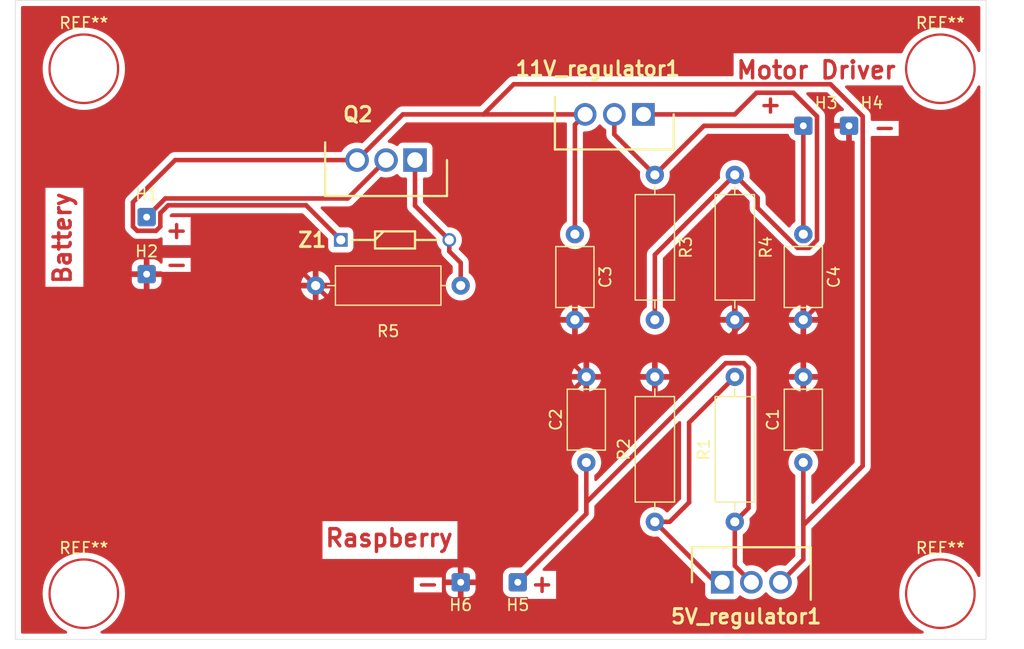
<source format=kicad_pcb>
(kicad_pcb (version 20240108) (generator "pcbnew") (generator_version "8.0")
  (title_block (title "Voltage Regulator ") (date "06/12/2024") (rev "2/3") (company "SDU"))
  (layers (0 "F.Cu" signal) (31 "B.Cu" signal) (34 "B.Paste" user) (35 "F.Paste" user) (36 "B.SilkS" user "B.Silkscreen") (37 "F.SilkS" user "F.Silkscreen") (38 "B.Mask" user) (39 "F.Mask" user) (44 "Edge.Cuts" user))
  (net 0 "")
  (net 1 "Net-(5V_regulator1-ADJUST)")
  (net 2 "/Input voltage")
  (net 3 "/4.8V")
  (net 4 "Net-(11V_regulator1-ADJUST)")
  (net 5 "/11V")
  (net 6 "Net-(H1-Pad1)")
  (net 7 "Net-(Q2-Pad1)")
  (net 8 "GND")
  (footprint "Connector_Wire:SolderWire-0.1sqmm_1x01_D0.4mm_OD1mm" (layer "F.Cu") (at 108 81 180)
    (property "Reference" "H5" (at 0 -2 180) (layer "F.SilkS"))
    (property "Value" "Rasp Vin")
    (pad "1" thru_hole roundrect (at 0 0 180) (size 1.6 1.6) (drill 0.6) (layers "*.Cu" "*.Mask") (roundrect_rratio 0.15625) (net 3 "/4.8V"))
  )
  (footprint "Capacitor_THT:C_Axial_L5.1mm_D3.1mm_P7.50mm_Horizontal" (layer "F.Cu") (at 114 70.5 90)
    (property "Reference" "C2" (at 3.75 -2.67 -90) (layer "F.SilkS"))
    (property "Value" "0.1uF")
    (fp_line (start 6.42 -1.67) (end 1.08 -1.67) (stroke (width 0.12)) (layer "F.SilkS"))
    (fp_line (start 1.08 -1.67) (end 1.08 1.67) (stroke (width 0.12)) (layer "F.SilkS"))
    (fp_line (start 6.46 0) (end 6.42 0) (stroke (width 0.12)) (layer "F.SilkS"))
    (fp_line (start 1.04 0) (end 1.08 0) (stroke (width 0.12)) (layer "F.SilkS"))
    (fp_line (start 6.42 1.67) (end 6.42 -1.67) (stroke (width 0.12)) (layer "F.SilkS"))
    (fp_line (start 1.08 1.67) (end 6.42 1.67) (stroke (width 0.12)) (layer "F.SilkS"))
    (pad "1" thru_hole circle (at 0 0 90) (size 1.6 1.6) (drill 0.8) (layers "*.Cu" "*.Mask") (net 3 "/4.8V"))
    (pad "2" thru_hole oval (at 7.5 0 90) (size 1.6 1.6) (drill 0.8) (layers "*.Cu" "*.Mask") (net 8 "GND"))
  )
  (footprint "random components:TO255P460X1020X2008-3P" (layer "F.Cu") (at 125.9 81)
    (property "Reference" "5V_regulator1" (at 2.1 3 0) (layer "F.SilkS") (effects (font (size 1.27 1.27) (thickness 0.254))))
    (property "Value" "LM317T" (hide yes))
    (fp_line (start -2.65 -3.07) (end -2.65 0) (stroke (width 0.2)) (layer "F.SilkS"))
    (fp_line (start 7.75 -3.07) (end -2.65 -3.07) (stroke (width 0.2)) (layer "F.SilkS"))
    (fp_line (start 7.75 1.53) (end 7.75 -3.07) (stroke (width 0.2)) (layer "F.SilkS"))
    (pad "1" thru_hole rect (at 0 0) (size 1.98 1.98) (drill 1.32) (layers "*.Cu" "*.Mask") (net 1 "Net-(5V_regulator1-ADJUST)"))
    (pad "2" thru_hole circle (at 2.55 0) (size 1.98 1.98) (drill 1.32) (layers "*.Cu" "*.Mask") (net 3 "/4.8V"))
    (pad "3" thru_hole circle (at 5.1 0) (size 1.98 1.98) (drill 1.32) (layers "*.Cu" "*.Mask") (net 2 "/Input voltage"))
  )
  (footprint "random components:DIOAD950W60L350D150" (layer "F.Cu") (at 92.5 51)
    (property "Reference" "Z1" (at -2.5 0 0) (layer "F.SilkS") (effects (font (size 1.27 1.27) (thickness 0.254))))
    (property "Value" "BZX55C10-TAP" (hide yes))
    (fp_line (start 0.95 0) (end 3 0) (stroke (width 0.2)) (layer "F.SilkS"))
    (fp_line (start 3 -0.75) (end 6.5 -0.75) (stroke (width 0.2)) (layer "F.SilkS"))
    (fp_line (start 3 0) (end 3.75 -0.75) (stroke (width 0.2)) (layer "F.SilkS"))
    (fp_line (start 3 0.75) (end 3 -0.75) (stroke (width 0.2)) (layer "F.SilkS"))
    (fp_line (start 6.5 -0.75) (end 6.5 0.75) (stroke (width 0.2)) (layer "F.SilkS"))
    (fp_line (start 6.5 0) (end 8.55 0) (stroke (width 0.2)) (layer "F.SilkS"))
    (fp_line (start 6.5 0.75) (end 3 0.75) (stroke (width 0.2)) (layer "F.SilkS"))
    (pad "1" thru_hole rect (at 0 0) (size 1.2 1.2) (drill 0.8) (layers "*.Cu" "*.Mask") (net 2 "/Input voltage"))
    (pad "2" thru_hole circle (at 9.5 0) (size 1.2 1.2) (drill 0.8) (layers "*.Cu" "*.Mask") (net 7 "Net-(Q2-Pad1)"))
  )
  (footprint "MountingHole:MountingHole_3mm" (layer "F.Cu") (at 145 36)
    (property "Reference" "REF**" (at 0 -4 0) (layer "F.SilkS"))
    (property "Value" "MountingHole_3mm")
    (pad "" np_thru_hole circle (at 0 0) (size 3 3) (drill 3) (layers "*.Cu" "*.Mask"))
  )
  (footprint "Resistor_THT:R_Axial_DIN0309_L9.0mm_D3.2mm_P12.70mm_Horizontal" (layer "F.Cu") (at 120 45.3 -90)
    (property "Reference" "R3" (at 6.35 -2.72 90) (layer "F.SilkS"))
    (property "Value" "240")
    (fp_line (start 1.73 1.72) (end 10.97 1.72) (stroke (width 0.12)) (layer "F.SilkS"))
    (fp_line (start 10.97 1.72) (end 10.97 -1.72) (stroke (width 0.12)) (layer "F.SilkS"))
    (fp_line (start 1.04 0) (end 1.73 0) (stroke (width 0.12)) (layer "F.SilkS"))
    (fp_line (start 11.66 0) (end 10.97 0) (stroke (width 0.12)) (layer "F.SilkS"))
    (fp_line (start 1.73 -1.72) (end 1.73 1.72) (stroke (width 0.12)) (layer "F.SilkS"))
    (fp_line (start 10.97 -1.72) (end 1.73 -1.72) (stroke (width 0.12)) (layer "F.SilkS"))
    (pad "1" thru_hole circle (at 0 0 270) (size 1.6 1.6) (drill 0.8) (layers "*.Cu" "*.Mask") (net 5 "/11V"))
    (pad "2" thru_hole oval (at 12.7 0 270) (size 1.6 1.6) (drill 0.8) (layers "*.Cu" "*.Mask") (net 4 "Net-(11V_regulator1-ADJUST)"))
  )
  (footprint "Connector_Wire:SolderWire-0.1sqmm_1x01_D0.4mm_OD1mm" (layer "F.Cu") (at 103 81 180)
    (property "Reference" "H6" (at 0 -2 180) (layer "F.SilkS"))
    (property "Value" "Rasp GND")
    (pad "1" thru_hole roundrect (at 0 0 180) (size 1.6 1.6) (drill 0.6) (layers "*.Cu" "*.Mask") (roundrect_rratio 0.15625) (net 8 "GND"))
  )
  (footprint "Capacitor_THT:C_Axial_L5.1mm_D3.1mm_P7.50mm_Horizontal" (layer "F.Cu") (at 133 70.5 90)
    (property "Reference" "C1" (at 3.75 -2.67 -90) (layer "F.SilkS"))
    (property "Value" "0.1uF")
    (fp_line (start 6.42 -1.67) (end 1.08 -1.67) (stroke (width 0.12)) (layer "F.SilkS"))
    (fp_line (start 1.08 -1.67) (end 1.08 1.67) (stroke (width 0.12)) (layer "F.SilkS"))
    (fp_line (start 6.46 0) (end 6.42 0) (stroke (width 0.12)) (layer "F.SilkS"))
    (fp_line (start 1.04 0) (end 1.08 0) (stroke (width 0.12)) (layer "F.SilkS"))
    (fp_line (start 6.42 1.67) (end 6.42 -1.67) (stroke (width 0.12)) (layer "F.SilkS"))
    (fp_line (start 1.08 1.67) (end 6.42 1.67) (stroke (width 0.12)) (layer "F.SilkS"))
    (pad "1" thru_hole circle (at 0 0 90) (size 1.6 1.6) (drill 0.8) (layers "*.Cu" "*.Mask") (net 2 "/Input voltage"))
    (pad "2" thru_hole oval (at 7.5 0 90) (size 1.6 1.6) (drill 0.8) (layers "*.Cu" "*.Mask") (net 8 "GND"))
  )
  (footprint "Capacitor_THT:C_Axial_L5.1mm_D3.1mm_P7.50mm_Horizontal" (layer "F.Cu") (at 113 50.5 -90)
    (property "Reference" "C3" (at 3.75 -2.67 -90) (layer "F.SilkS"))
    (property "Value" "0.1uF")
    (fp_line (start 1.08 1.67) (end 6.42 1.67) (stroke (width 0.12)) (layer "F.SilkS"))
    (fp_line (start 6.42 1.67) (end 6.42 -1.67) (stroke (width 0.12)) (layer "F.SilkS"))
    (fp_line (start 1.04 0) (end 1.08 0) (stroke (width 0.12)) (layer "F.SilkS"))
    (fp_line (start 6.46 0) (end 6.42 0) (stroke (width 0.12)) (layer "F.SilkS"))
    (fp_line (start 1.08 -1.67) (end 1.08 1.67) (stroke (width 0.12)) (layer "F.SilkS"))
    (fp_line (start 6.42 -1.67) (end 1.08 -1.67) (stroke (width 0.12)) (layer "F.SilkS"))
    (pad "1" thru_hole circle (at 0 0 270) (size 1.6 1.6) (drill 0.8) (layers "*.Cu" "*.Mask") (net 2 "/Input voltage"))
    (pad "2" thru_hole oval (at 7.5 0 270) (size 1.6 1.6) (drill 0.8) (layers "*.Cu" "*.Mask") (net 8 "GND"))
  )
  (footprint "MountingHole:MountingHole_3mm" (layer "F.Cu") (at 70 36)
    (property "Reference" "REF**" (at 0 -4 0) (layer "F.SilkS"))
    (property "Value" "MountingHole_3mm")
    (pad "" np_thru_hole circle (at 0 0) (size 3 3) (drill 3) (layers "*.Cu" "*.Mask"))
  )
  (footprint "Resistor_THT:R_Axial_DIN0309_L9.0mm_D3.2mm_P12.70mm_Horizontal" (layer "F.Cu") (at 120 75.7 90)
    (property "Reference" "R2" (at 6.35 -2.72 -90) (layer "F.SilkS"))
    (property "Value" "680")
    (fp_line (start 10.97 -1.72) (end 1.73 -1.72) (stroke (width 0.12)) (layer "F.SilkS"))
    (fp_line (start 1.73 -1.72) (end 1.73 1.72) (stroke (width 0.12)) (layer "F.SilkS"))
    (fp_line (start 11.66 0) (end 10.97 0) (stroke (width 0.12)) (layer "F.SilkS"))
    (fp_line (start 1.04 0) (end 1.73 0) (stroke (width 0.12)) (layer "F.SilkS"))
    (fp_line (start 10.97 1.72) (end 10.97 -1.72) (stroke (width 0.12)) (layer "F.SilkS"))
    (fp_line (start 1.73 1.72) (end 10.97 1.72) (stroke (width 0.12)) (layer "F.SilkS"))
    (pad "1" thru_hole circle (at 0 0 90) (size 1.6 1.6) (drill 0.8) (layers "*.Cu" "*.Mask") (net 1 "Net-(5V_regulator1-ADJUST)"))
    (pad "2" thru_hole oval (at 12.7 0 90) (size 1.6 1.6) (drill 0.8) (layers "*.Cu" "*.Mask") (net 8 "GND"))
  )
  (footprint "Connector_Wire:SolderWire-0.1sqmm_1x01_D0.4mm_OD1mm" (layer "F.Cu") (at 133 41)
    (property "Reference" "H3" (at 2 -2 0) (layer "F.SilkS"))
    (property "Value" "Motor Driver Vin")
    (pad "1" thru_hole roundrect (at 0 0) (size 1.6 1.6) (drill 0.6) (layers "*.Cu" "*.Mask") (roundrect_rratio 0.15625) (net 5 "/11V"))
  )
  (footprint "Connector_Wire:SolderWire-0.1sqmm_1x01_D0.4mm_OD1mm" (layer "F.Cu") (at 75.5 49)
    (property "Reference" "H1" (at 0 -2 0) (layer "F.SilkS"))
    (property "Value" "Battery Vout")
    (pad "1" thru_hole roundrect (at 0 0) (size 1.6 1.6) (drill 0.6) (layers "*.Cu" "*.Mask") (roundrect_rratio 0.15625) (net 6 "Net-(H1-Pad1)"))
  )
  (footprint "Connector_Wire:SolderWire-0.1sqmm_1x01_D0.4mm_OD1mm" (layer "F.Cu") (at 137 41)
    (property "Reference" "H4" (at 2 -2 0) (layer "F.SilkS"))
    (property "Value" "Motor Driver GND")
    (pad "1" thru_hole roundrect (at 0 0) (size 1.6 1.6) (drill 0.6) (layers "*.Cu" "*.Mask") (roundrect_rratio 0.15625) (net 8 "GND"))
  )
  (footprint "Capacitor_THT:C_Axial_L5.1mm_D3.1mm_P7.50mm_Horizontal" (layer "F.Cu") (at 133 50.5 -90)
    (property "Reference" "C4" (at 3.75 -2.67 -90) (layer "F.SilkS"))
    (property "Value" "0.1uF")
    (fp_line (start 1.08 1.67) (end 6.42 1.67) (stroke (width 0.12)) (layer "F.SilkS"))
    (fp_line (start 6.42 1.67) (end 6.42 -1.67) (stroke (width 0.12)) (layer "F.SilkS"))
    (fp_line (start 1.04 0) (end 1.08 0) (stroke (width 0.12)) (layer "F.SilkS"))
    (fp_line (start 6.46 0) (end 6.42 0) (stroke (width 0.12)) (layer "F.SilkS"))
    (fp_line (start 1.08 -1.67) (end 1.08 1.67) (stroke (width 0.12)) (layer "F.SilkS"))
    (fp_line (start 6.42 -1.67) (end 1.08 -1.67) (stroke (width 0.12)) (layer "F.SilkS"))
    (pad "1" thru_hole circle (at 0 0 270) (size 1.6 1.6) (drill 0.8) (layers "*.Cu" "*.Mask") (net 5 "/11V"))
    (pad "2" thru_hole oval (at 7.5 0 270) (size 1.6 1.6) (drill 0.8) (layers "*.Cu" "*.Mask") (net 8 "GND"))
  )
  (footprint "Resistor_THT:R_Axial_DIN0309_L9.0mm_D3.2mm_P12.70mm_Horizontal" (layer "F.Cu") (at 103 55 180)
    (property "Reference" "R5" (at 6.35 -4 180) (layer "F.SilkS"))
    (property "Value" "100k")
    (fp_line (start 11.66 0) (end 10.97 0) (stroke (width 0.12)) (layer "F.SilkS"))
    (fp_line (start 10.97 1.72) (end 10.97 -1.72) (stroke (width 0.12)) (layer "F.SilkS"))
    (fp_line (start 10.97 -1.72) (end 1.73 -1.72) (stroke (width 0.12)) (layer "F.SilkS"))
    (fp_line (start 1.73 1.72) (end 10.97 1.72) (stroke (width 0.12)) (layer "F.SilkS"))
    (fp_line (start 1.73 -1.72) (end 1.73 1.72) (stroke (width 0.12)) (layer "F.SilkS"))
    (fp_line (start 1.04 0) (end 1.73 0) (stroke (width 0.12)) (layer "F.SilkS"))
    (pad "1" thru_hole circle (at 0 0 180) (size 1.6 1.6) (drill 0.8) (layers "*.Cu" "*.Mask") (net 7 "Net-(Q2-Pad1)"))
    (pad "2" thru_hole oval (at 12.7 0 180) (size 1.6 1.6) (drill 0.8) (layers "*.Cu" "*.Mask") (net 8 "GND"))
  )
  (footprint "Resistor_THT:R_Axial_DIN0309_L9.0mm_D3.2mm_P12.70mm_Horizontal" (layer "F.Cu") (at 127 75.7 90)
    (property "Reference" "R1" (at 6.35 -2.72 -90) (layer "F.SilkS"))
    (property "Value" "240")
    (fp_line (start 10.97 -1.72) (end 1.73 -1.72) (stroke (width 0.12)) (layer "F.SilkS"))
    (fp_line (start 1.73 -1.72) (end 1.73 1.72) (stroke (width 0.12)) (layer "F.SilkS"))
    (fp_line (start 11.66 0) (end 10.97 0) (stroke (width 0.12)) (layer "F.SilkS"))
    (fp_line (start 1.04 0) (end 1.73 0) (stroke (width 0.12)) (layer "F.SilkS"))
    (fp_line (start 10.97 1.72) (end 10.97 -1.72) (stroke (width 0.12)) (layer "F.SilkS"))
    (fp_line (start 1.73 1.72) (end 10.97 1.72) (stroke (width 0.12)) (layer "F.SilkS"))
    (pad "1" thru_hole circle (at 0 0 90) (size 1.6 1.6) (drill 0.8) (layers "*.Cu" "*.Mask") (net 3 "/4.8V"))
    (pad "2" thru_hole oval (at 12.7 0 90) (size 1.6 1.6) (drill 0.8) (layers "*.Cu" "*.Mask") (net 1 "Net-(5V_regulator1-ADJUST)"))
  )
  (footprint "MountingHole:MountingHole_3mm" (layer "F.Cu") (at 70 82)
    (property "Reference" "REF**" (at 0 -4 0) (layer "F.SilkS"))
    (property "Value" "MountingHole_3mm")
    (pad "" np_thru_hole circle (at 0 0) (size 3 3) (drill 3) (layers "*.Cu" "*.Mask"))
  )
  (footprint "random components:TO254P470X1016X2019-3P" (layer "F.Cu") (at 99 44 180)
    (property "Reference" "Q2" (at 5 4 180) (layer "F.SilkS") (effects (font (size 1.27 1.27) (thickness 0.254))))
    (property "Value" "FQP17P06" (hide yes))
    (fp_line (start 7.87 1.55) (end 7.87 -3.15) (stroke (width 0.2)) (layer "F.SilkS"))
    (fp_line (start 7.87 -3.15) (end -2.8 -3.15) (stroke (width 0.2)) (layer "F.SilkS"))
    (fp_line (start -2.8 -3.15) (end -2.8 0) (stroke (width 0.2)) (layer "F.SilkS"))
    (pad "1" thru_hole rect (at 0 0 180) (size 2.055 2.055) (drill 1.37) (layers "*.Cu" "*.Mask") (net 7 "Net-(Q2-Pad1)"))
    (pad "2" thru_hole circle (at 2.535 0 180) (size 2.055 2.055) (drill 1.37) (layers "*.Cu" "*.Mask") (net 6 "Net-(H1-Pad1)"))
    (pad "3" thru_hole circle (at 5.07 0 180) (size 2.055 2.055) (drill 1.37) (layers "*.Cu" "*.Mask") (net 2 "/Input voltage"))
  )
  (footprint "random components:TO255P460X1020X2008-3P" (layer "F.Cu") (at 119 40 180)
    (property "Reference" "11V_regulator1" (at 4 4 180) (layer "F.SilkS") (effects (font (size 1.27 1.27) (thickness 0.254))))
    (property "Value" "LM317T" (hide yes))
    (fp_line (start 7.75 1.53) (end 7.75 -3.07) (stroke (width 0.2)) (layer "F.SilkS"))
    (fp_line (start 7.75 -3.07) (end -2.65 -3.07) (stroke (width 0.2)) (layer "F.SilkS"))
    (fp_line (start -2.65 -3.07) (end -2.65 0) (stroke (width 0.2)) (layer "F.SilkS"))
    (pad "1" thru_hole rect (at 0 0 180) (size 1.98 1.98) (drill 1.32) (layers "*.Cu" "*.Mask") (net 4 "Net-(11V_regulator1-ADJUST)"))
    (pad "2" thru_hole circle (at 2.55 0 180) (size 1.98 1.98) (drill 1.32) (layers "*.Cu" "*.Mask") (net 5 "/11V"))
    (pad "3" thru_hole circle (at 5.1 0 180) (size 1.98 1.98) (drill 1.32) (layers "*.Cu" "*.Mask") (net 2 "/Input voltage"))
  )
  (footprint "Connector_Wire:SolderWire-0.1sqmm_1x01_D0.4mm_OD1mm" (layer "F.Cu") (at 75.5 54)
    (property "Reference" "H2" (at 0 -2 0) (layer "F.SilkS"))
    (property "Value" "Battery GND")
    (pad "1" thru_hole roundrect (at 0 0) (size 1.6 1.6) (drill 0.6) (layers "*.Cu" "*.Mask") (roundrect_rratio 0.15625) (net 8 "GND"))
  )
  (footprint "Resistor_THT:R_Axial_DIN0309_L9.0mm_D3.2mm_P12.70mm_Horizontal" (layer "F.Cu") (at 127 45.3 -90)
    (property "Reference" "R4" (at 6.35 -2.72 -90) (layer "F.SilkS"))
    (property "Value" "1700")
    (fp_line (start 1.73 1.72) (end 10.97 1.72) (stroke (width 0.12)) (layer "F.SilkS"))
    (fp_line (start 10.97 1.72) (end 10.97 -1.72) (stroke (width 0.12)) (layer "F.SilkS"))
    (fp_line (start 1.04 0) (end 1.73 0) (stroke (width 0.12)) (layer "F.SilkS"))
    (fp_line (start 11.66 0) (end 10.97 0) (stroke (width 0.12)) (layer "F.SilkS"))
    (fp_line (start 1.73 -1.72) (end 1.73 1.72) (stroke (width 0.12)) (layer "F.SilkS"))
    (fp_line (start 10.97 -1.72) (end 1.73 -1.72) (stroke (width 0.12)) (layer "F.SilkS"))
    (pad "1" thru_hole circle (at 0 0 270) (size 1.6 1.6) (drill 0.8) (layers "*.Cu" "*.Mask") (net 4 "Net-(11V_regulator1-ADJUST)"))
    (pad "2" thru_hole oval (at 12.7 0 270) (size 1.6 1.6) (drill 0.8) (layers "*.Cu" "*.Mask") (net 8 "GND"))
  )
  (footprint "MountingHole:MountingHole_3mm" (layer "F.Cu") (at 145 82)
    (property "Reference" "REF**" (at 0 -4 0) (layer "F.SilkS"))
    (property "Value" "MountingHole_3mm")
    (pad "" np_thru_hole circle (at 0 0) (size 3 3) (drill 3) (layers "*.Cu" "*.Mask"))
  )
  (gr_circle (center 145 82) (end 148 82) (stroke (width 0.2)) (fill none) (layer "F.Cu"))
  (gr_circle (center 70 36) (end 73 36) (stroke (width 0.2)) (fill none) (layer "F.Cu"))
  (gr_circle (center 70 82) (end 73 82) (stroke (width 0.2)) (fill none) (layer "F.Cu"))
  (gr_circle (center 145 36) (end 148 36) (stroke (width 0.2)) (fill none) (layer "F.Cu"))
  (gr_rect (start 64 30) (end 149 86) (stroke (width 0.05)) (fill none) (layer "Edge.Cuts"))
  (gr_text "+" (at 129 40 0) (layer "F.Cu") (effects (font (size 1.5 1.5) (thickness 0.3) (bold yes)) (justify left bottom)))
  (gr_text "-\n" (at 77 54 0) (layer "F.Cu") (effects (font (size 1.5 1.5) (thickness 0.3) (bold yes)) (justify left bottom)))
  (gr_text "Battery" (at 69 55 90) (layer "F.Cu") (effects (font (size 1.5 1.5) (thickness 0.3) (bold yes)) (justify left bottom)))
  (gr_text "-\n" (at 99 82 0) (layer "F.Cu") (effects (font (size 1.5 1.5) (thickness 0.3) (bold yes)) (justify left bottom)))
  (gr_text "-\n" (at 139 42 0) (layer "F.Cu") (effects (font (size 1.5 1.5) (thickness 0.3) (bold yes)) (justify left bottom)))
  (gr_text "+" (at 109 82 0) (layer "F.Cu") (effects (font (size 1.5 1.5) (thickness 0.3) (bold yes)) (justify left bottom)))
  (gr_text "Motor Driver" (at 127 37 0) (layer "F.Cu") (effects (font (size 1.5 1.5) (thickness 0.3) (bold yes)) (justify left bottom)))
  (gr_text "Raspberry" (at 91 78 0) (layer "F.Cu") (effects (font (size 1.5 1.5) (thickness 0.3) (bold yes)) (justify left bottom)))
  (gr_text "+" (at 77 51 0) (layer "F.Cu") (effects (font (size 1.5 1.5) (thickness 0.3) (bold yes)) (justify left bottom)))
  (segment (start 125.9 81) (end 125.3 81) (width 0.4) (layer "F.Cu") (net 1))
  (segment (start 123 67) (end 127 63) (width 0.4) (layer "F.Cu") (net 1))
  (segment (start 120 75.7) (end 121.3 75.7) (width 0.4) (layer "F.Cu") (net 1))
  (segment (start 125.3 81) (end 120 75.7) (width 0.4) (layer "F.Cu") (net 1))
  (segment (start 123 74) (end 123 67) (width 0.4) (layer "F.Cu") (net 1))
  (segment (start 121.3 75.7) (end 123 74) (width 0.4) (layer "F.Cu") (net 1))
  (segment (start 76.7 48.648528) (end 76.7 49.826166) (width 0.4) (layer "F.Cu") (net 2))
  (segment (start 133 70.5) (end 133 76) (width 0.4) (layer "F.Cu") (net 2))
  (segment (start 76.326166 50.2) (end 74.673834 50.2) (width 0.4) (layer "F.Cu") (net 2))
  (segment (start 107.642447 37.357553) (end 105 40) (width 0.4) (layer "F.Cu") (net 2))
  (segment (start 74.3 49.826166) (end 74.3 47.7) (width 0.4) (layer "F.Cu") (net 2))
  (segment (start 138.2 40.173834) (end 135.383719 37.357553) (width 0.4) (layer "F.Cu") (net 2))
  (segment (start 133 76) (end 138.2 70.8) (width 0.4) (layer "F.Cu") (net 2))
  (segment (start 105 40) (end 97.93 40) (width 0.4) (layer "F.Cu") (net 2))
  (segment (start 133 76) (end 133 79) (width 0.4) (layer "F.Cu") (net 2))
  (segment (start 97.93 40) (end 93.93 44) (width 0.4) (layer "F.Cu") (net 2))
  (segment (start 78 44) (end 93.93 44) (width 0.4) (layer "F.Cu") (net 2))
  (segment (start 92.5 51) (end 89.465 47.965) (width 0.4) (layer "F.Cu") (net 2))
  (segment (start 105 40) (end 113.9 40) (width 0.4) (layer "F.Cu") (net 2))
  (segment (start 133 79) (end 131 81) (width 0.4) (layer "F.Cu") (net 2))
  (segment (start 135.383719 37.357553) (end 107.642447 37.357553) (width 0.4) (layer "F.Cu") (net 2))
  (segment (start 89.465 47.965) (end 77.383528 47.965) (width 0.4) (layer "F.Cu") (net 2))
  (segment (start 138.2 70.8) (end 138.2 40.173834) (width 0.4) (layer "F.Cu") (net 2))
  (segment (start 113 50.5) (end 113 40.9) (width 0.4) (layer "F.Cu") (net 2))
  (segment (start 77.383528 47.965) (end 76.7 48.648528) (width 0.4) (layer "F.Cu") (net 2))
  (segment (start 74.3 47.7) (end 78 44) (width 0.4) (layer "F.Cu") (net 2))
  (segment (start 113 40.9) (end 113.9 40) (width 0.4) (layer "F.Cu") (net 2))
  (segment (start 76.7 49.826166) (end 76.326166 50.2) (width 0.4) (layer "F.Cu") (net 2))
  (segment (start 74.673834 50.2) (end 74.3 49.826166) (width 0.4) (layer "F.Cu") (net 2))
  (segment (start 114 70.5) (end 114 75) (width 0.4) (layer "F.Cu") (net 3))
  (segment (start 127 79.55) (end 128.45 81) (width 0.4) (layer "F.Cu") (net 3))
  (segment (start 128.2 62.2) (end 127.8 61.8) (width 0.4) (layer "F.Cu") (net 3))
  (segment (start 127.8 61.8) (end 126.2 61.8) (width 0.4) (layer "F.Cu") (net 3))
  (segment (start 126.2 61.8) (end 114 74) (width 0.4) (layer "F.Cu") (net 3))
  (segment (start 127 75.7) (end 127 79.55) (width 0.4) (layer "F.Cu") (net 3))
  (segment (start 114 75) (end 108 81) (width 0.4) (layer "F.Cu") (net 3))
  (segment (start 127 75.7) (end 128.2 74.5) (width 0.4) (layer "F.Cu") (net 3))
  (segment (start 114 74) (end 114 75) (width 0.4) (layer "F.Cu") (net 3))
  (segment (start 128.2 74.5) (end 128.2 62.2) (width 0.4) (layer "F.Cu") (net 3))
  (segment (start 134.2 40.173834) (end 134.2 50.997057) (width 0.4) (layer "F.Cu") (net 4))
  (segment (start 119 40) (end 127 40) (width 0.4) (layer "F.Cu") (net 4))
  (segment (start 127 40) (end 128.897029 38.102971) (width 0.4) (layer "F.Cu") (net 4))
  (segment (start 129 48.197057) (end 129 47.3) (width 0.4) (layer "F.Cu") (net 4))
  (segment (start 128.897029 38.102971) (end 132.129137 38.102971) (width 0.4) (layer "F.Cu") (net 4))
  (segment (start 133.497057 51.7) (end 132.502943 51.7) (width 0.4) (layer "F.Cu") (net 4))
  (segment (start 129 47.3) (end 127 45.3) (width 0.4) (layer "F.Cu") (net 4))
  (segment (start 132.502943 51.7) (end 129 48.197057) (width 0.4) (layer "F.Cu") (net 4))
  (segment (start 132.129137 38.102971) (end 134.2 40.173834) (width 0.4) (layer "F.Cu") (net 4))
  (segment (start 120 58) (end 120 52.3) (width 0.4) (layer "F.Cu") (net 4))
  (segment (start 134.2 50.997057) (end 133.497057 51.7) (width 0.4) (layer "F.Cu") (net 4))
  (segment (start 120 52.3) (end 127 45.3) (width 0.4) (layer "F.Cu") (net 4))
  (segment (start 116.45 41.75) (end 120 45.3) (width 0.4) (layer "F.Cu") (net 5))
  (segment (start 120 45.3) (end 124.3 41) (width 0.4) (layer "F.Cu") (net 5))
  (segment (start 116.45 40) (end 116.45 41.75) (width 0.4) (layer "F.Cu") (net 5))
  (segment (start 133 41) (end 133 50.5) (width 0.4) (layer "F.Cu") (net 5))
  (segment (start 124.3 41) (end 133 41) (width 0.4) (layer "F.Cu") (net 5))
  (segment (start 75.5 49) (end 77.135 47.365) (width 0.4) (layer "F.Cu") (net 6))
  (segment (start 77.135 47.365) (end 93.1 47.365) (width 0.4) (layer "F.Cu") (net 6))
  (segment (start 93.1 47.365) (end 96.465 44) (width 0.4) (layer "F.Cu") (net 6))
  (segment (start 75.5 49) (end 76 49) (width 0.4) (layer "F.Cu") (net 6))
  (segment (start 99 48) (end 102 51) (width 0.4) (layer "F.Cu") (net 7))
  (segment (start 102 51) (end 102 52) (width 0.4) (layer "F.Cu") (net 7))
  (segment (start 99 44) (end 99 48) (width 0.4) (layer "F.Cu") (net 7))
  (segment (start 102 52) (end 103 53) (width 0.4) (layer "F.Cu") (net 7))
  (segment (start 103 53) (end 103 55) (width 0.4) (layer "F.Cu") (net 7))
  (segment (start 123 63) (end 120 63) (width 0.4) (layer "F.Cu") (net 8))
  (segment (start 103 74) (end 114 63) (width 0.4) (layer "F.Cu") (net 8))
  (segment (start 133 58) (end 128 58) (width 0.4) (layer "F.Cu") (net 8))
  (segment (start 128 58) (end 127 58) (width 0.4) (layer "F.Cu") (net 8))
  (segment (start 133 58) (end 137 54) (width 0.4) (layer "F.Cu") (net 8))
  (segment (start 113 62) (end 114 63) (width 0.4) (layer "F.Cu") (net 8))
  (segment (start 133 58) (end 133 63) (width 0.4) (layer "F.Cu") (net 8))
  (segment (start 137 54) (end 137 41) (width 0.4) (layer "F.Cu") (net 8))
  (segment (start 113 58) (end 113 62) (width 0.4) (layer "F.Cu") (net 8))
  (segment (start 128 58) (end 123 63) (width 0.4) (layer "F.Cu") (net 8))
  (segment (start 103 81) (end 103 74) (width 0.4) (layer "F.Cu") (net 8))
  (segment (start 75.5 54) (end 89.3 54) (width 0.4) (layer "F.Cu") (net 8))
  (segment (start 93.3 58) (end 90.3 55) (width 0.4) (layer "F.Cu") (net 8))
  (segment (start 113 58) (end 93.3 58) (width 0.4) (layer "F.Cu") (net 8))
  (segment (start 89.3 54) (end 90.3 55) (width 0.4) (layer "F.Cu") (net 8))
  (segment (start 114 63) (end 120 63) (width 0.4) (layer "F.Cu") (net 8))
  (zone (net 8) (net_name "GND") (layer "F.Cu") (connect_pads (clearance 0.5)) (min_thickness 0.25) (fill yes (thermal_gap 0.5) (thermal_bridge_width 0.5))
    (polygon (pts (xy 149 30) (xy 149 86) (xy 64 86) (xy 64 30)))
  )
)
</source>
